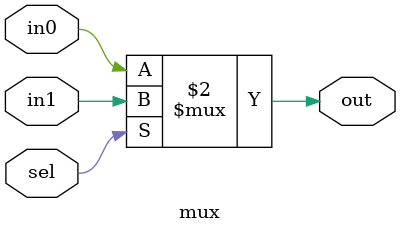
<source format=v>
module mux #(parameter WIDTH = 1) (
    input       wire        [WIDTH-1:0]          in0,
    input       wire        [WIDTH-1:0]          in1,
    input       wire                             sel,
    output      wire        [WIDTH-1:0]          out
);


assign out = (sel == 0)? in0 : in1;
    
endmodule
</source>
